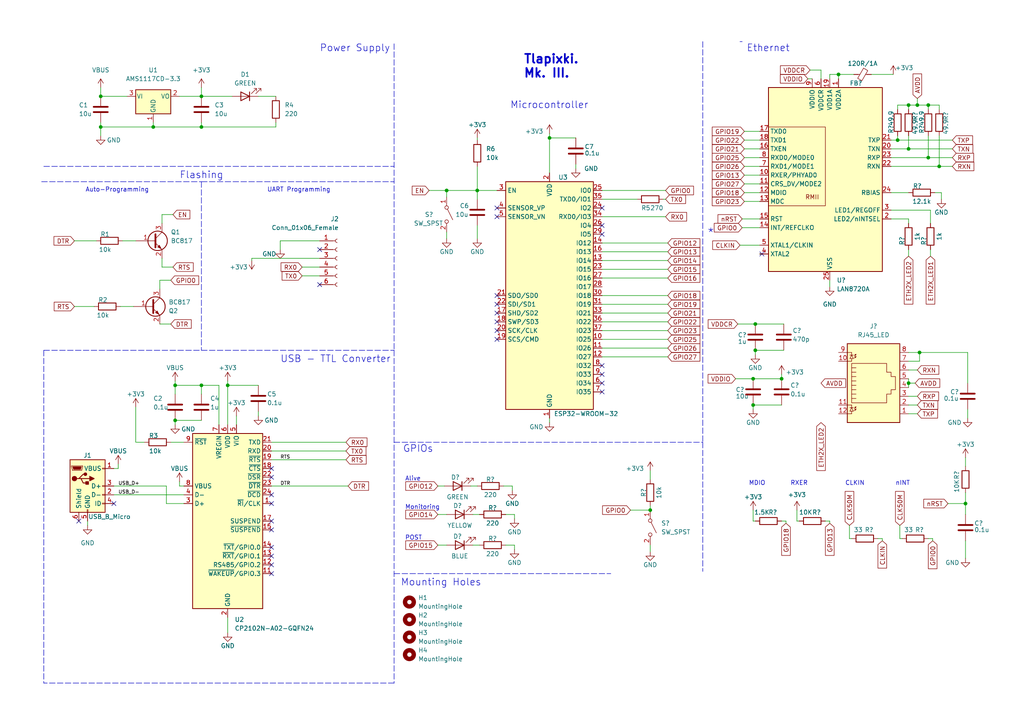
<source format=kicad_sch>
(kicad_sch (version 20211123) (generator eeschema)
  (paper "A4")
  (junction (at 50.8 121.92))
  (junction (at 218.44 109.855))
  (junction (at 58.42 36.83))
  (junction (at 219.075 101.6))
  (junction (at 266.7 102.235))
  (junction (at 50.8 111.76))
  (junction (at 272.415 48.26))
  (junction (at 188.595 147.955))
  (junction (at 266.065 30.48))
  (junction (at 58.42 27.94))
  (junction (at 243.205 21.59))
  (junction (at 138.43 55.245))
  (junction (at 226.695 109.855))
  (junction (at 58.42 111.76))
  (junction (at 269.24 30.48))
  (junction (at 44.45 36.83))
  (junction (at 219.075 93.98))
  (junction (at 159.385 40.005))
  (junction (at 29.21 36.83))
  (junction (at 280.035 146.05))
  (junction (at 263.525 30.48))
  (junction (at 66.04 111.76))
  (junction (at 29.21 27.94))
  (junction (at 263.525 111.125))
  (junction (at 260.35 40.64))
  (junction (at 218.44 117.475))
  (junction (at 263.525 43.18))
  (junction (at 269.24 45.72))
  (junction (at 129.54 55.245))
  (no_connect (at 92.71 82.55))
  (no_connect (at 174.625 65.405))
  (no_connect (at 78.74 161.29))
  (no_connect (at 78.74 135.89))
  (no_connect (at 220.98 73.66))
  (no_connect (at 78.74 143.51))
  (no_connect (at 144.145 62.865))
  (no_connect (at 144.145 85.725))
  (no_connect (at 78.74 153.67))
  (no_connect (at 78.74 146.05))
  (no_connect (at 174.625 106.045))
  (no_connect (at 22.86 151.13))
  (no_connect (at 33.02 146.05))
  (no_connect (at 144.145 90.805))
  (no_connect (at 174.625 108.585))
  (no_connect (at 78.74 166.37))
  (no_connect (at 174.625 60.325))
  (no_connect (at 78.74 151.13))
  (no_connect (at 174.625 111.125))
  (no_connect (at 92.71 72.39))
  (no_connect (at 144.145 98.425))
  (no_connect (at 144.145 60.325))
  (no_connect (at 174.625 113.665))
  (no_connect (at 144.145 95.885))
  (no_connect (at 174.625 67.945))
  (no_connect (at 78.74 158.75))
  (no_connect (at 78.74 138.43))
  (no_connect (at 144.145 88.265))
  (no_connect (at 78.74 163.83))
  (no_connect (at 144.145 93.345))
  (wire (pts (xy 188.595 158.115) (xy 188.595 160.02)))
  (wire (pts (xy 78.74 128.27) (xy 100.33 128.27)))
  (wire (pts (xy 78.74 140.97) (xy 100.965 140.97)))
  (wire (pts (xy 243.205 21.59) (xy 247.65 21.59)))
  (wire (pts (xy 263.525 30.48) (xy 263.525 31.75)))
  (wire (pts (xy 218.44 117.475) (xy 218.44 118.745)))
  (wire (pts (xy 39.37 118.11) (xy 39.37 128.27)))
  (wire (pts (xy 159.385 40.005) (xy 167.005 40.005)))
  (wire (pts (xy 215.9 55.88) (xy 220.345 55.88)))
  (wire (pts (xy 226.695 108.585) (xy 226.695 109.855)))
  (wire (pts (xy 149.225 158.115) (xy 149.225 159.385)))
  (wire (pts (xy 138.43 40.005) (xy 138.43 40.64)))
  (wire (pts (xy 136.525 140.97) (xy 138.43 140.97)))
  (wire (pts (xy 129.54 55.245) (xy 138.43 55.245)))
  (wire (pts (xy 263.525 43.18) (xy 276.225 43.18)))
  (wire (pts (xy 258.445 55.88) (xy 263.525 55.88)))
  (wire (pts (xy 49.53 81.28) (xy 46.355 81.28)))
  (wire (pts (xy 258.445 40.64) (xy 260.35 40.64)))
  (wire (pts (xy 174.625 85.725) (xy 193.675 85.725)))
  (wire (pts (xy 73.025 75.565) (xy 73.025 74.93)))
  (wire (pts (xy 266.065 30.48) (xy 269.24 30.48)))
  (wire (pts (xy 53.34 146.05) (xy 48.26 146.05)))
  (wire (pts (xy 146.05 140.97) (xy 148.59 140.97)))
  (wire (pts (xy 80.01 36.83) (xy 80.01 35.56)))
  (wire (pts (xy 263.525 107.315) (xy 266.065 107.315)))
  (wire (pts (xy 273.05 55.88) (xy 273.05 57.785)))
  (wire (pts (xy 174.625 62.865) (xy 193.04 62.865)))
  (wire (pts (xy 280.67 118.745) (xy 280.67 121.285)))
  (wire (pts (xy 260.985 152.4) (xy 260.985 156.21)))
  (wire (pts (xy 263.525 111.125) (xy 263.525 112.395)))
  (wire (pts (xy 73.025 74.93) (xy 92.71 74.93)))
  (wire (pts (xy 220.98 73.66) (xy 220.345 73.66)))
  (wire (pts (xy 174.625 103.505) (xy 193.675 103.505)))
  (wire (pts (xy 174.625 78.105) (xy 193.675 78.105)))
  (wire (pts (xy 66.04 179.07) (xy 66.04 183.515)))
  (wire (pts (xy 255.905 156.21) (xy 255.905 156.845)))
  (wire (pts (xy 148.59 140.97) (xy 148.59 142.24)))
  (wire (pts (xy 44.45 36.83) (xy 58.42 36.83)))
  (wire (pts (xy 263.525 43.18) (xy 263.525 39.37)))
  (wire (pts (xy 269.875 72.39) (xy 269.875 74.295)))
  (wire (pts (xy 129.54 67.31) (xy 129.54 69.215)))
  (wire (pts (xy 272.415 30.48) (xy 272.415 31.75)))
  (wire (pts (xy 138.43 65.405) (xy 138.43 69.215)))
  (wire (pts (xy 231.14 147.955) (xy 231.14 151.13)))
  (wire (pts (xy 81.28 69.85) (xy 81.28 72.39)))
  (wire (pts (xy 258.445 60.96) (xy 269.875 60.96)))
  (wire (pts (xy 266.065 28.575) (xy 266.065 30.48)))
  (polyline (pts (xy 58.42 52.705) (xy 114.3 52.705)))
  (wire (pts (xy 215.9 38.1) (xy 220.345 38.1)))
  (wire (pts (xy 87.63 77.47) (xy 92.71 77.47)))
  (wire (pts (xy 66.04 110.49) (xy 66.04 111.76)))
  (wire (pts (xy 46.99 62.23) (xy 50.165 62.23)))
  (wire (pts (xy 263.525 114.935) (xy 266.065 114.935)))
  (wire (pts (xy 240.665 22.86) (xy 240.665 21.59)))
  (polyline (pts (xy 114.3 166.37) (xy 177.165 166.37)))
  (wire (pts (xy 280.035 146.05) (xy 280.035 142.875)))
  (wire (pts (xy 124.46 55.245) (xy 129.54 55.245)))
  (wire (pts (xy 174.625 75.565) (xy 193.675 75.565)))
  (wire (pts (xy 258.445 43.18) (xy 263.525 43.18)))
  (wire (pts (xy 50.8 110.49) (xy 50.8 111.76)))
  (polyline (pts (xy 12.7 101.6) (xy 114.3 101.6)))
  (wire (pts (xy 215.9 53.34) (xy 220.345 53.34)))
  (wire (pts (xy 234.315 22.86) (xy 235.585 22.86)))
  (wire (pts (xy 35.56 69.85) (xy 39.37 69.85)))
  (wire (pts (xy 269.24 45.72) (xy 269.24 39.37)))
  (wire (pts (xy 269.24 156.21) (xy 270.51 156.21)))
  (wire (pts (xy 215.9 40.64) (xy 220.345 40.64)))
  (wire (pts (xy 127 158.115) (xy 129.54 158.115)))
  (wire (pts (xy 74.93 27.94) (xy 80.01 27.94)))
  (wire (pts (xy 49.53 93.98) (xy 46.355 93.98)))
  (wire (pts (xy 280.67 111.125) (xy 280.67 102.235)))
  (wire (pts (xy 48.26 140.97) (xy 33.02 140.97)))
  (wire (pts (xy 272.415 48.26) (xy 272.415 39.37)))
  (wire (pts (xy 219.075 101.6) (xy 227.33 101.6)))
  (wire (pts (xy 269.875 60.96) (xy 269.875 64.77)))
  (wire (pts (xy 218.44 109.855) (xy 226.695 109.855)))
  (wire (pts (xy 46.99 77.47) (xy 50.165 77.47)))
  (wire (pts (xy 215.9 48.26) (xy 220.345 48.26)))
  (wire (pts (xy 87.63 80.01) (xy 92.71 80.01)))
  (wire (pts (xy 52.07 27.94) (xy 58.42 27.94)))
  (wire (pts (xy 174.625 98.425) (xy 193.675 98.425)))
  (wire (pts (xy 215.9 45.72) (xy 220.345 45.72)))
  (wire (pts (xy 21.59 88.9) (xy 27.305 88.9)))
  (wire (pts (xy 252.73 21.59) (xy 259.08 21.59)))
  (polyline (pts (xy 114.3 128.27) (xy 203.835 128.27)))
  (wire (pts (xy 50.8 121.92) (xy 50.8 123.19)))
  (wire (pts (xy 227.965 151.13) (xy 227.965 151.765)))
  (wire (pts (xy 29.21 25.4) (xy 29.21 27.94)))
  (wire (pts (xy 58.42 36.83) (xy 80.01 36.83)))
  (wire (pts (xy 258.445 45.72) (xy 269.24 45.72)))
  (wire (pts (xy 159.385 40.005) (xy 159.385 50.165)))
  (wire (pts (xy 240.665 81.28) (xy 240.665 83.185)))
  (polyline (pts (xy 203.835 12.065) (xy 203.835 128.27)))
  (wire (pts (xy 167.005 47.625) (xy 167.005 48.895)))
  (wire (pts (xy 215.9 58.42) (xy 220.345 58.42)))
  (wire (pts (xy 182.88 147.955) (xy 188.595 147.955)))
  (wire (pts (xy 29.21 36.83) (xy 29.21 39.37)))
  (wire (pts (xy 231.14 151.13) (xy 231.775 151.13)))
  (wire (pts (xy 66.04 123.19) (xy 66.04 111.76)))
  (wire (pts (xy 127 149.225) (xy 129.54 149.225)))
  (wire (pts (xy 127 140.97) (xy 128.905 140.97)))
  (wire (pts (xy 29.21 36.83) (xy 44.45 36.83)))
  (wire (pts (xy 50.8 111.76) (xy 58.42 111.76)))
  (wire (pts (xy 58.42 111.76) (xy 58.42 114.3)))
  (wire (pts (xy 39.37 128.27) (xy 41.91 128.27)))
  (wire (pts (xy 234.95 20.32) (xy 238.125 20.32)))
  (wire (pts (xy 174.625 93.345) (xy 193.675 93.345)))
  (wire (pts (xy 58.42 111.76) (xy 63.5 111.76)))
  (wire (pts (xy 263.525 102.235) (xy 266.7 102.235)))
  (wire (pts (xy 260.35 40.64) (xy 260.35 39.37)))
  (wire (pts (xy 239.395 151.13) (xy 240.665 151.13)))
  (wire (pts (xy 280.035 156.845) (xy 280.035 161.925)))
  (wire (pts (xy 138.43 55.245) (xy 144.145 55.245)))
  (wire (pts (xy 263.525 109.855) (xy 263.525 111.125)))
  (wire (pts (xy 46.99 62.23) (xy 46.99 64.77)))
  (wire (pts (xy 159.385 121.285) (xy 159.385 122.555)))
  (wire (pts (xy 52.07 139.7) (xy 52.07 140.97)))
  (wire (pts (xy 280.035 146.05) (xy 280.035 149.225)))
  (polyline (pts (xy 114.3 198.12) (xy 12.7 198.12)))
  (wire (pts (xy 215.9 43.18) (xy 220.345 43.18)))
  (wire (pts (xy 29.21 27.94) (xy 36.83 27.94)))
  (polyline (pts (xy 12.7 101.6) (xy 12.7 198.12)))
  (wire (pts (xy 271.145 55.88) (xy 273.05 55.88)))
  (wire (pts (xy 52.07 140.97) (xy 53.34 140.97)))
  (wire (pts (xy 240.665 21.59) (xy 243.205 21.59)))
  (wire (pts (xy 258.445 48.26) (xy 272.415 48.26)))
  (wire (pts (xy 219.075 93.98) (xy 227.33 93.98)))
  (wire (pts (xy 44.45 36.83) (xy 44.45 35.56)))
  (wire (pts (xy 260.35 31.75) (xy 260.35 30.48)))
  (wire (pts (xy 188.595 146.685) (xy 188.595 147.955)))
  (wire (pts (xy 146.685 158.115) (xy 149.225 158.115)))
  (wire (pts (xy 48.26 146.05) (xy 48.26 140.97)))
  (wire (pts (xy 74.93 119.38) (xy 74.93 120.65)))
  (wire (pts (xy 219.075 101.6) (xy 219.075 102.87)))
  (wire (pts (xy 192.405 57.785) (xy 193.04 57.785)))
  (wire (pts (xy 33.02 143.51) (xy 53.34 143.51)))
  (polyline (pts (xy 203.835 128.27) (xy 203.835 165.735)))
  (polyline (pts (xy 12.7 48.26) (xy 114.3 48.26)))
  (wire (pts (xy 174.625 90.805) (xy 193.675 90.805)))
  (wire (pts (xy 215.265 66.04) (xy 220.345 66.04)))
  (wire (pts (xy 246.38 156.21) (xy 247.015 156.21)))
  (wire (pts (xy 46.355 81.28) (xy 46.355 83.82)))
  (polyline (pts (xy 12.065 52.705) (xy 58.42 52.705)))
  (wire (pts (xy 58.42 25.4) (xy 58.42 27.94)))
  (wire (pts (xy 263.525 111.125) (xy 265.43 111.125)))
  (polyline (pts (xy 114.3 101.6) (xy 114.3 198.12)))
  (wire (pts (xy 34.925 88.9) (xy 38.735 88.9)))
  (wire (pts (xy 174.625 88.265) (xy 193.675 88.265)))
  (wire (pts (xy 263.525 120.015) (xy 266.065 120.015)))
  (polyline (pts (xy 114.3 12.7) (xy 114.3 101.6)))
  (wire (pts (xy 92.71 69.85) (xy 81.28 69.85)))
  (wire (pts (xy 188.595 136.525) (xy 188.595 139.065)))
  (wire (pts (xy 174.625 95.885) (xy 193.675 95.885)))
  (wire (pts (xy 266.7 102.235) (xy 280.67 102.235)))
  (wire (pts (xy 218.44 147.955) (xy 218.44 151.13)))
  (wire (pts (xy 269.24 30.48) (xy 269.24 31.75)))
  (wire (pts (xy 174.625 100.965) (xy 193.675 100.965)))
  (wire (pts (xy 174.625 80.645) (xy 193.675 80.645)))
  (wire (pts (xy 137.16 149.225) (xy 139.065 149.225)))
  (wire (pts (xy 274.955 146.05) (xy 280.035 146.05)))
  (wire (pts (xy 137.16 158.115) (xy 139.065 158.115)))
  (wire (pts (xy 63.5 111.76) (xy 63.5 123.19)))
  (wire (pts (xy 174.625 57.785) (xy 184.785 57.785)))
  (wire (pts (xy 174.625 55.245) (xy 193.04 55.245)))
  (wire (pts (xy 174.625 70.485) (xy 193.675 70.485)))
  (wire (pts (xy 263.525 104.775) (xy 266.7 104.775)))
  (wire (pts (xy 138.43 48.26) (xy 138.43 55.245)))
  (wire (pts (xy 263.525 30.48) (xy 266.065 30.48)))
  (wire (pts (xy 78.74 130.81) (xy 100.33 130.81)))
  (wire (pts (xy 34.29 135.89) (xy 34.29 134.62)))
  (wire (pts (xy 240.665 151.13) (xy 240.665 151.765)))
  (wire (pts (xy 246.38 152.4) (xy 246.38 156.21)))
  (wire (pts (xy 270.51 156.21) (xy 270.51 156.845)))
  (wire (pts (xy 266.7 104.775) (xy 266.7 102.235)))
  (wire (pts (xy 213.995 93.98) (xy 219.075 93.98)))
  (wire (pts (xy 238.125 20.32) (xy 238.125 22.86)))
  (wire (pts (xy 214.63 71.12) (xy 220.345 71.12)))
  (wire (pts (xy 260.35 40.64) (xy 276.225 40.64)))
  (wire (pts (xy 254.635 156.21) (xy 255.905 156.21)))
  (wire (pts (xy 218.44 117.475) (xy 226.695 117.475)))
  (wire (pts (xy 146.685 149.225) (xy 149.225 149.225)))
  (wire (pts (xy 21.59 69.85) (xy 27.94 69.85)))
  (wire (pts (xy 49.53 128.27) (xy 53.34 128.27)))
  (wire (pts (xy 149.225 149.225) (xy 149.225 150.495)))
  (wire (pts (xy 174.625 73.025) (xy 193.675 73.025)))
  (wire (pts (xy 50.8 121.92) (xy 58.42 121.92)))
  (wire (pts (xy 269.24 30.48) (xy 272.415 30.48)))
  (wire (pts (xy 258.445 63.5) (xy 263.525 63.5)))
  (wire (pts (xy 58.42 36.83) (xy 58.42 35.56)))
  (wire (pts (xy 159.385 38.735) (xy 159.385 40.005)))
  (wire (pts (xy 50.8 111.76) (xy 50.8 114.3)))
  (wire (pts (xy 263.525 72.39) (xy 263.525 74.295)))
  (wire (pts (xy 66.04 111.76) (xy 74.93 111.76)))
  (polyline (pts (xy 58.42 52.705) (xy 58.42 101.6)))
  (wire (pts (xy 78.74 133.35) (xy 100.33 133.35)))
  (wire (pts (xy 46.99 74.93) (xy 46.99 77.47)))
  (wire (pts (xy 215.9 50.8) (xy 220.345 50.8)))
  (wire (pts (xy 269.24 45.72) (xy 276.225 45.72)))
  (wire (pts (xy 272.415 48.26) (xy 276.225 48.26)))
  (wire (pts (xy 280.035 132.715) (xy 280.035 135.255)))
  (wire (pts (xy 68.58 120.65) (xy 68.58 123.19)))
  (polyline (pts (xy 214.63 12.065) (xy 215.265 12.065)))
  (wire (pts (xy 29.21 35.56) (xy 29.21 36.83)))
  (wire (pts (xy 138.43 55.245) (xy 138.43 57.785)))
  (wire (pts (xy 243.205 21.59) (xy 243.205 22.86)))
  (wire (pts (xy 58.42 27.94) (xy 67.31 27.94)))
  (wire (pts (xy 218.44 151.13) (xy 219.075 151.13)))
  (wire (pts (xy 213.36 109.855) (xy 218.44 109.855)))
  (wire (pts (xy 263.525 63.5) (xy 263.525 64.77)))
  (wire (pts (xy 215.265 63.5) (xy 220.345 63.5)))
  (wire (pts (xy 226.695 151.13) (xy 227.965 151.13)))
  (wire (pts (xy 33.02 135.89) (xy 34.29 135.89)))
  (wire (pts (xy 263.525 117.475) (xy 266.065 117.475)))
  (wire (pts (xy 260.985 156.21) (xy 261.62 156.21)))
  (wire (pts (xy 260.35 30.48) (xy 263.525 30.48)))
  (wire (pts (xy 25.4 151.13) (xy 25.4 152.4)))
  (wire (pts (xy 129.54 55.245) (xy 129.54 57.15)))
  (text "Flashing" (at 52.07 52.07 0) (effects (font (size 2 2)) (justify left bottom)))
  (text "Alive" (at 117.475 139.7 0) (effects (font (size 1.27 1.27)) (justify left bottom)))
  (text "Mounting Holes\n" (at 116.205 170.18 0) (effects (font (size 2 2)) (justify left bottom)))
  (text "Tlapixki.\nMk. III.\n" (at 151.765 22.86 0) (effects (font (size 2.54 2.54) (thickness 0.508) bold) (justify left bottom)))
  (text "GPIOs" (at 116.84 131.445 0) (effects (font (size 2 2)) (justify left bottom)))
  (text "MDIO" (at 217.17 140.97 0) (effects (font (size 1.27 1.27)) (justify left bottom)))
  (text "nINT" (at 259.715 140.97 0) (effects (font (size 1.27 1.27)) (justify left bottom)))
  (text "USB - TTL Converter" (at 81.28 105.41 0) (effects (font (size 2 2)) (justify left bottom)))
  (text "Microcontroller" (at 147.955 31.75 0) (effects (font (size 2 2)) (justify left bottom)))
  (text "RXER" (at 229.235 140.97 0) (effects (font (size 1.27 1.27)) (justify left bottom)))
  (text "Ethernet" (at 216.535 15.24 0) (effects (font (size 2 2)) (justify left bottom)))
  (text "Auto-Programming" (at 24.765 55.88 0) (effects (font (size 1.27 1.27)) (justify left bottom)))
  (text "CLKIN" (at 245.11 140.97 0) (effects (font (size 1.27 1.27)) (justify left bottom)))
  (text "*" (at 205.105 69.215 0) (effects (font (size 2.54 2.54)) (justify left bottom)))
  (text "Monitoring" (at 117.475 147.955 0) (effects (font (size 1.27 1.27)) (justify left bottom)))
  (text "POST" (at 117.475 156.845 0) (effects (font (size 1.27 1.27)) (justify left bottom)))
  (text "UART Programming" (at 77.47 55.88 0) (effects (font (size 1.27 1.27)) (justify left bottom)))
  (text "Power Supply" (at 92.71 15.24 0) (effects (font (size 2 2)) (justify left bottom)))
  (label "USB_D+" (at 34.29 140.97 0) (effects (font (size 1 1))))
  (label "RTS" (at 81.28 133.35 0) (effects (font (size 1 1))))
  (label "DTR" (at 81.28 140.97 0) (effects (font (size 1 1))))
  (label "USB_D-" (at 34.29 143.51 0) (effects (font (size 1 1))))
  (global_label "TXP" (shape input) (at 276.225 40.64 0) (property "Intersheet References" "${INTERSHEET_REFS}" (effects hide)))
  (global_label "GPIO18" (shape input) (at 215.9 55.88 180) (property "Intersheet References" "${INTERSHEET_REFS}" (effects hide)))
  (global_label "GPIO18" (shape input) (at 193.675 85.725 0) (property "Intersheet References" "${INTERSHEET_REFS}" (effects hide)))
  (global_label "RXP" (shape input) (at 266.065 114.935 0) (property "Intersheet References" "${INTERSHEET_REFS}" (effects hide)))
  (global_label "GPIO15" (shape input) (at 127 158.115 180) (property "Intersheet References" "${INTERSHEET_REFS}" (effects hide)))
  (global_label "RXP" (shape input) (at 276.225 45.72 0) (property "Intersheet References" "${INTERSHEET_REFS}" (effects hide)))
  (global_label "GPIO0" (shape input) (at 182.88 147.955 180) (property "Intersheet References" "${INTERSHEET_REFS}" (effects hide)))
  (global_label "ETH2X_LED2" (shape input) (at 238.125 122.555 270) (property "Intersheet References" "${INTERSHEET_REFS}" (effects hide)))
  (global_label "nRST" (shape input) (at 215.265 63.5 180) (property "Intersheet References" "${INTERSHEET_REFS}" (effects hide)))
  (global_label "GPIO26" (shape input) (at 215.9 48.26 180) (property "Intersheet References" "${INTERSHEET_REFS}" (effects hide)))
  (global_label "GPIO13" (shape input) (at 240.665 151.765 270) (property "Intersheet References" "${INTERSHEET_REFS}" (effects hide)))
  (global_label "ETH2X_LED1" (shape input) (at 269.875 74.295 270) (property "Intersheet References" "${INTERSHEET_REFS}" (effects hide)))
  (global_label "GPIO14" (shape input) (at 193.675 75.565 0) (property "Intersheet References" "${INTERSHEET_REFS}" (effects hide)))
  (global_label "GPIO12" (shape input) (at 193.675 70.485 0) (property "Intersheet References" "${INTERSHEET_REFS}" (effects hide)))
  (global_label "RX0" (shape input) (at 100.33 128.27 0) (property "Intersheet References" "${INTERSHEET_REFS}" (effects hide)))
  (global_label "GPIO16" (shape input) (at 193.675 80.645 0) (property "Intersheet References" "${INTERSHEET_REFS}" (effects hide)))
  (global_label "VDDIO" (shape input) (at 234.315 22.86 180) (property "Intersheet References" "${INTERSHEET_REFS}" (effects hide)))
  (global_label "VDDCR" (shape input) (at 234.95 20.32 180) (property "Intersheet References" "${INTERSHEET_REFS}" (effects hide)))
  (global_label "DTR" (shape input) (at 49.53 93.98 0) (property "Intersheet References" "${INTERSHEET_REFS}" (effects hide)))
  (global_label "RXN" (shape input) (at 266.065 107.315 0) (property "Intersheet References" "${INTERSHEET_REFS}" (effects hide)))
  (global_label "GPIO26" (shape input) (at 193.675 100.965 0) (property "Intersheet References" "${INTERSHEET_REFS}" (effects hide)))
  (global_label "RX0" (shape input) (at 87.63 77.47 180) (property "Intersheet References" "${INTERSHEET_REFS}" (effects hide)))
  (global_label "EN" (shape input) (at 50.165 62.23 0) (property "Intersheet References" "${INTERSHEET_REFS}" (effects hide)))
  (global_label "CLK50M" (shape input) (at 260.985 152.4 90) (property "Intersheet References" "${INTERSHEET_REFS}" (effects hide)))
  (global_label "GPIO22" (shape input) (at 193.675 93.345 0) (property "Intersheet References" "${INTERSHEET_REFS}" (effects hide)))
  (global_label "CLKIN" (shape input) (at 214.63 71.12 180) (property "Intersheet References" "${INTERSHEET_REFS}" (effects hide)))
  (global_label "GPIO25" (shape input) (at 215.9 45.72 180) (property "Intersheet References" "${INTERSHEET_REFS}" (effects hide)))
  (global_label "AVDD" (shape input) (at 238.125 111.125 0) (property "Intersheet References" "${INTERSHEET_REFS}" (effects hide)))
  (global_label "EN" (shape input) (at 124.46 55.245 180) (property "Intersheet References" "${INTERSHEET_REFS}" (effects hide)))
  (global_label "AVDD" (shape input) (at 265.43 111.125 0) (property "Intersheet References" "${INTERSHEET_REFS}" (effects hide)))
  (global_label "VDDIO" (shape input) (at 213.36 109.855 180) (property "Intersheet References" "${INTERSHEET_REFS}" (effects hide)))
  (global_label "TXN" (shape input) (at 266.065 117.475 0) (property "Intersheet References" "${INTERSHEET_REFS}" (effects hide)))
  (global_label "GPIO13" (shape input) (at 215.9 50.8 180) (property "Intersheet References" "${INTERSHEET_REFS}" (effects hide)))
  (global_label "RTS" (shape input) (at 50.165 77.47 0) (property "Intersheet References" "${INTERSHEET_REFS}" (effects hide)))
  (global_label "GPIO12" (shape input) (at 127 140.97 180) (property "Intersheet References" "${INTERSHEET_REFS}" (effects hide)))
  (global_label "GPIO18" (shape input) (at 227.965 151.765 270) (property "Intersheet References" "${INTERSHEET_REFS}" (effects hide)))
  (global_label "GPIO19" (shape input) (at 215.9 38.1 180) (property "Intersheet References" "${INTERSHEET_REFS}" (effects hide)))
  (global_label "GPIO23" (shape input) (at 215.9 58.42 180) (property "Intersheet References" "${INTERSHEET_REFS}" (effects hide)))
  (global_label "GPIO23" (shape input) (at 193.675 95.885 0) (property "Intersheet References" "${INTERSHEET_REFS}" (effects hide)))
  (global_label "GPIO0" (shape input) (at 215.265 66.04 180) (property "Intersheet References" "${INTERSHEET_REFS}" (effects hide)))
  (global_label "CLKIN" (shape input) (at 255.905 156.845 270) (property "Intersheet References" "${INTERSHEET_REFS}" (effects hide)))
  (global_label "GPIO0" (shape input) (at 270.51 156.845 270) (property "Intersheet References" "${INTERSHEET_REFS}" (effects hide)))
  (global_label "AVDD" (shape input) (at 266.065 28.575 90) (property "Intersheet References" "${INTERSHEET_REFS}" (effects hide)))
  (global_label "GPIO14" (shape input) (at 127 149.225 180) (property "Intersheet References" "${INTERSHEET_REFS}" (effects hide)))
  (global_label "GPIO21" (shape input) (at 215.9 43.18 180) (property "Intersheet References" "${INTERSHEET_REFS}" (effects hide)))
  (global_label "ETH2X_LED2" (shape input) (at 263.525 74.295 270) (property "Intersheet References" "${INTERSHEET_REFS}" (effects hide)))
  (global_label "DTR" (shape input) (at 21.59 69.85 180) (property "Intersheet References" "${INTERSHEET_REFS}" (effects hide)))
  (global_label "DTR" (shape input) (at 100.965 140.97 0) (property "Intersheet References" "${INTERSHEET_REFS}" (effects hide)))
  (global_label "TXP" (shape input) (at 266.065 120.015 0) (property "Intersheet References" "${INTERSHEET_REFS}" (effects hide)))
  (global_label "VDDCR" (shape input) (at 213.995 93.98 180) (property "Intersheet References" "${INTERSHEET_REFS}" (effects hide)))
  (global_label "CLK50M" (shape input) (at 246.38 152.4 90) (property "Intersheet References" "${INTERSHEET_REFS}" (effects hide)))
  (global_label "TX0" (shape input) (at 87.63 80.01 180) (property "Intersheet References" "${INTERSHEET_REFS}" (effects hide)))
  (global_label "GPIO21" (shape input) (at 193.675 90.805 0) (property "Intersheet References" "${INTERSHEET_REFS}" (effects hide)))
  (global_label "GPIO25" (shape input) (at 193.675 98.425 0) (property "Intersheet References" "${INTERSHEET_REFS}" (effects hide)))
  (global_label "GPIO19" (shape input) (at 193.675 88.265 0) (property "Intersheet References" "${INTERSHEET_REFS}" (effects hide)))
  (global_label "TX0" (shape input) (at 100.33 130.81 0) (property "Intersheet References" "${INTERSHEET_REFS}" (effects hide)))
  (global_label "GPIO13" (shape input) (at 193.675 73.025 0) (property "Intersheet References" "${INTERSHEET_REFS}" (effects hide)))
  (global_label "GPIO27" (shape input) (at 193.675 103.505 0) (property "Intersheet References" "${INTERSHEET_REFS}" (effects hide)))
  (global_label "GPIO27" (shape input) (at 215.9 53.34 180) (property "Intersheet References" "${INTERSHEET_REFS}" (effects hide)))
  (global_label "TXN" (shape input) (at 276.225 43.18 0) (property "Intersheet References" "${INTERSHEET_REFS}" (effects hide)))
  (global_label "nRST" (shape input) (at 274.955 146.05 180) (property "Intersheet References" "${INTERSHEET_REFS}" (effects hide)))
  (global_label "GPIO0" (shape input) (at 49.53 81.28 0) (property "Intersheet References" "${INTERSHEET_REFS}" (effects hide)))
  (global_label "GPIO15" (shape input) (at 193.675 78.105 0) (property "Intersheet References" "${INTERSHEET_REFS}" (effects hide)))
  (global_label "RX0" (shape input) (at 193.04 62.865 0) (property "Intersheet References" "${INTERSHEET_REFS}" (effects hide)))
  (global_label "RTS" (shape input) (at 100.33 133.35 0) (property "Intersheet References" "${INTERSHEET_REFS}" (effects hide)))
  (global_label "RXN" (shape input) (at 276.225 48.26 0) (property "Intersheet References" "${INTERSHEET_REFS}" (effects hide)))
  (global_label "RTS" (shape input) (at 21.59 88.9 180) (property "Intersheet References" "${INTERSHEET_REFS}" (effects hide)))
  (global_label "TX0" (shape input) (at 193.04 57.785 0) (property "Intersheet References" "${INTERSHEET_REFS}" (effects hide)))
  (global_label "GPIO22" (shape input) (at 215.9 40.64 180) (property "Intersheet References" "${INTERSHEET_REFS}" (effects hide)))
  (global_label "GPIO0" (shape input) (at 193.04 55.245 0) (property "Intersheet References" "${INTERSHEET_REFS}" (effects hide)))
  (symbol (lib_id "Device:R") (at 188.595 142.875 180) (unit 1)
    (property "Reference" "R?" (at 186.69 142.875 90))
    (property "Value" "10k" (at 191.135 142.875 90))
    (property "Footprint" "Resistor_SMD:R_0603_1608Metric" (effects hide))
    (property "LCSC Part #" "C2907127" (effects hide))
  )
  (symbol (lib_id "power:+3V3") (at 188.595 136.525 0) (unit 1)
    (property "Reference" "#PWR?" (effects hide))
    (property "Value" "+3V3" (at 184.15 135.89 0))
  )
  (symbol (lib_id "Device:R") (at 263.525 68.58 180) (unit 1)
    (property "Reference" "R?" (at 261.62 69.85 90))
    (property "Value" "1k" (at 266.065 68.58 90))
    (property "Footprint" "Resistor_SMD:R_0603_1608Metric" (effects hide))
    (property "LCSC Part #" "C2907172" (effects hide))
  )
  (symbol (lib_id "Device:R") (at 142.875 158.115 90) (unit 1)
    (property "Reference" "R?" (at 142.875 156.21 90))
    (property "Value" "220" (at 142.875 160.655 90))
    (property "Footprint" "Resistor_SMD:R_0603_1608Metric" (effects hide))
    (property "LCSC Part #" "C2907127" (effects hide))
  )
  (symbol (lib_id "Device:R") (at 269.875 68.58 180) (unit 1)
    (property "Reference" "R?" (at 267.97 69.85 90))
    (property "Value" "1k" (at 272.415 68.58 90))
    (property "Footprint" "Resistor_SMD:R_0603_1608Metric" (effects hide))
    (property "LCSC Part #" "C2907172" (effects hide))
  )
  (symbol (lib_id "Connector:USB_B_Micro") (at 25.4 140.97 0) (unit 1)
    (property "Reference" "J1" (at 25.4 132.08 0))
    (property "Value" "USB_B_Micro" (at 31.75 149.86 0))
    (property "Footprint" "Connector_USB:USB_Micro-B_Amphenol_10118194_Horizontal" (effects hide))
    (property "JLCPCB Part" "C132563" (effects hide))
    (property "LCSC Part #" "C132563" (effects hide))
    (property "OPERATION-FORCE" "C132563" (effects hide))
  )
  (symbol (lib_id "Device:C") (at 138.43 61.595 0) (unit 1)
    (property "Reference" "C6" (at 133.35 59.69 0) (effects (justify left)))
    (property "Value" "10u" (at 132.08 62.23 0) (effects (justify left)))
    (property "Footprint" "Capacitor_SMD:C_0603_1608Metric" (effects hide))
    (property "LCSC Part #" "C2909630" (effects hide))
  )
  (symbol (lib_id "Device:R") (at 265.43 156.21 270) (unit 1)
    (property "Reference" "R?" (at 266.7 153.67 90))
    (property "Value" "33" (at 263.525 153.67 90))
    (property "Footprint" "Resistor_SMD:R_0603_1608Metric" (effects hide))
    (property "LCSC Part #" "C2907172" (effects hide))
  )
  (symbol (lib_id "power:+3V3") (at 138.43 40.005 0) (unit 1)
    (property "Reference" "#PWR015" (effects hide))
    (property "Value" "+3V3" (at 138.43 36.195 0))
  )
  (symbol (lib_id "RF_Module:ESP32-WROOM-32") (at 159.385 85.725 0) (unit 1)
    (property "Reference" "U3" (at 161.925 51.435 0) (effects (justify left)))
    (property "Value" "ESP32-WROOM-32" (at 160.655 120.015 0) (effects (justify left)))
    (property "Footprint" "RF_Module:ESP32-WROOM-32" (effects hide))
    (property "Datasheet" "https://www.espressif.com/sites/default/files/documentation/esp32-wroom-32_datasheet_en.pdf" (effects hide))
    (property "LCSC Part #" "C82899" (effects hide))
  )
  (symbol (lib_id "power:GND") (at 81.28 72.39 0) (unit 1)
    (property "Reference" "#PWR013" (effects hide))
    (property "Value" "GND" (at 78.105 73.66 0))
  )
  (symbol (lib_id "power:VBUS") (at 34.29 134.62 0) (unit 1)
    (property "Reference" "#PWR04" (effects hide))
    (property "Value" "VBUS" (at 34.29 130.81 0))
  )
  (symbol (lib_id "Mechanical:MountingHole") (at 118.745 189.865 0) (unit 1)
    (property "Reference" "H4" (at 121.285 188.5949 0) (effects (justify left)))
    (property "Value" "MountingHole" (at 121.285 191.1349 0) (effects (justify left)))
    (property "Footprint" "MountingHole:MountingHole_3.2mm_M3" (effects hide))
  )
  (symbol (lib_id "Mechanical:MountingHole") (at 118.745 179.705 0) (unit 1)
    (property "Reference" "H2" (at 121.285 178.4349 0) (effects (justify left)))
    (property "Value" "MountingHole" (at 121.285 180.9749 0) (effects (justify left)))
    (property "Footprint" "MountingHole:MountingHole_3.2mm_M3" (effects hide))
  )
  (symbol (lib_id "Regulator_Linear:AMS1117CD-3.3") (at 44.45 27.94 0) (unit 1)
    (property "Reference" "U1" (at 44.45 20.32 0))
    (property "Value" "AMS1117CD-3.3" (at 44.45 22.86 0))
    (property "Footprint" "Package_TO_SOT_SMD:SOT-223-3_TabPin2" (effects hide))
    (property "Datasheet" "http://www.advanced-monolithic.com/pdf/ds1117.pdf" (effects hide))
    (property "LCSC Part #" "C498117" (effects hide))
  )
  (symbol (lib_id "Device:LED") (at 71.12 27.94 180) (unit 1)
    (property "Reference" "D1" (at 71.12 21.59 0))
    (property "Value" "GREEN" (at 71.12 24.13 0))
    (property "Footprint" "LED_SMD:LED_0603_1608Metric" (effects hide))
    (property "LCSC Part #" "C72037" (effects hide))
  )
  (symbol (lib_id "power:GND") (at 167.005 48.895 0) (unit 1)
    (property "Reference" "#PWR022" (effects hide))
    (property "Value" "GND" (at 171.45 48.895 0))
  )
  (symbol (lib_id "power:GND") (at 159.385 122.555 0) (unit 1)
    (property "Reference" "#PWR021" (effects hide))
    (property "Value" "GND" (at 155.575 123.825 0))
  )
  (symbol (lib_id "power:+3V3") (at 218.44 147.955 0) (unit 1)
    (property "Reference" "#PWR?" (effects hide))
    (property "Value" "+3V3" (at 218.44 144.145 0))
  )
  (symbol (lib_id "Device:LED") (at 133.35 149.225 180) (unit 1)
    (property "Reference" "D?" (at 132.715 146.685 0))
    (property "Value" "YELLOW" (at 133.35 152.4 0))
    (property "Footprint" "LED_SMD:LED_0603_1608Metric" (effects hide))
    (property "LCSC Part #" "C72037" (effects hide))
  )
  (symbol (lib_id "power:GND") (at 148.59 142.24 0) (unit 1)
    (property "Reference" "#PWR?" (effects hide))
    (property "Value" "GND" (at 148.59 146.05 0))
  )
  (symbol (lib_id "Device:R") (at 222.885 151.13 270) (unit 1)
    (property "Reference" "R?" (at 224.155 148.59 90))
    (property "Value" "1.5K" (at 220.98 148.59 90))
    (property "Footprint" "Resistor_SMD:R_0603_1608Metric" (effects hide))
    (property "LCSC Part #" "C2907172" (effects hide))
  )
  (symbol (lib_id "Switch:SW_SPST") (at 188.595 153.035 270) (unit 1)
    (property "Reference" "S?" (at 191.77 151.7649 90) (effects (justify left)))
    (property "Value" "SW_SPST" (at 191.77 154.3049 90) (effects (justify left)))
    (property "Footprint" "Button_Switch_SMD:SW_SPST_B3S-1000" (effects hide))
    (property "LCSC Part #" "C180420" (effects hide))
  )
  (symbol (lib_id "Device:LED") (at 133.35 158.115 180) (unit 1)
    (property "Reference" "D?" (at 132.715 155.575 0))
    (property "Value" "BLUE" (at 133.35 161.29 0))
    (property "Footprint" "LED_SMD:LED_0603_1608Metric" (effects hide))
    (property "LCSC Part #" "C72037" (effects hide))
  )
  (symbol (lib_id "power:GND") (at 273.05 57.785 0) (unit 1)
    (property "Reference" "#PWR?" (effects hide))
    (property "Value" "GND" (at 273.05 61.595 0))
  )
  (symbol (lib_id "Device:C") (at 219.075 97.79 0) (unit 1)
    (property "Reference" "C?" (at 213.995 97.155 0) (effects (justify left)))
    (property "Value" "1u" (at 213.995 99.06 0) (effects (justify left)))
    (property "Footprint" "Capacitor_SMD:C_0603_1608Metric" (effects hide))
    (property "LCSC Part #" "C161854" (effects hide))
  )
  (symbol (lib_id "power:GND") (at 74.93 120.65 0) (unit 1)
    (property "Reference" "#PWR012" (effects hide))
    (property "Value" "GND" (at 78.74 121.92 0))
  )
  (symbol (lib_id "Transistor_BJT:BC817") (at 43.815 88.9 0) (unit 1)
    (property "Reference" "Q2" (at 48.895 90.1701 0) (effects (justify left)))
    (property "Value" "BC817" (at 48.895 87.6301 0) (effects (justify left)))
    (property "Footprint" "Package_TO_SOT_SMD:SOT-23" (effects hide))
    (property "Datasheet" "https://www.onsemi.com/pub/Collateral/BC818-D.pdf" (effects hide))
    (property "LCSC Part #" "C475629" (effects hide))
  )
  (symbol (lib_id "Connector:RJ45_LED") (at 253.365 112.395 0) (unit 1)
    (property "Reference" "J?" (at 253.365 94.615 0))
    (property "Value" "RJ45_LED" (at 253.365 97.155 0))
  )
  (symbol (lib_id "Device:R") (at 267.335 55.88 90) (unit 1)
    (property "Reference" "R?" (at 266.065 53.975 90))
    (property "Value" "12.1k" (at 267.335 58.42 90))
    (property "Footprint" "Resistor_SMD:R_0603_1608Metric" (effects hide))
    (property "LCSC Part #" "C2907172" (effects hide))
  )
  (symbol (lib_id "power:+3V3") (at 280.035 132.715 0) (unit 1)
    (property "Reference" "#PWR?" (effects hide))
    (property "Value" "+3V3" (at 280.035 128.905 0))
  )
  (symbol (lib_id "Device:C") (at 74.93 115.57 0) (unit 1)
    (property "Reference" "C5" (at 77.47 114.3 0) (effects (justify left)))
    (property "Value" "0.1u" (at 77.47 116.84 0) (effects (justify left)))
    (property "Footprint" "Capacitor_SMD:C_0603_1608Metric" (effects hide))
    (property "LCSC Part #" "C161854" (effects hide))
  )
  (symbol (lib_id "Device:C") (at 227.33 97.79 0) (unit 1)
    (property "Reference" "C?" (at 229.87 95.885 0) (effects (justify left)))
    (property "Value" "470p" (at 229.87 98.425 0) (effects (justify left)))
    (property "Footprint" "Capacitor_SMD:C_0603_1608Metric" (effects hide))
    (property "LCSC Part #" "C2857982" (effects hide))
  )
  (symbol (lib_id "power:VBUS") (at 52.07 139.7 0) (unit 1)
    (property "Reference" "#PWR08" (effects hide))
    (property "Value" "VBUS" (at 52.07 135.89 0))
  )
  (symbol (lib_id "power:GND") (at 149.225 159.385 0) (unit 1)
    (property "Reference" "#PWR?" (effects hide))
    (property "Value" "GND" (at 149.225 163.195 0))
  )
  (symbol (lib_id "Device:R") (at 260.35 35.56 0) (unit 1)
    (property "Reference" "R?" (at 258.445 37.465 90))
    (property "Value" "49.9" (at 258.445 34.29 90))
    (property "Footprint" "Resistor_SMD:R_0603_1608Metric" (effects hide))
    (property "LCSC Part #" "C2907172" (effects hide))
  )
  (symbol (lib_id "Device:R") (at 250.825 156.21 270) (unit 1)
    (property "Reference" "R?" (at 252.095 153.67 90))
    (property "Value" "33" (at 248.92 153.67 90))
    (property "Footprint" "Resistor_SMD:R_0603_1608Metric" (effects hide))
    (property "LCSC Part #" "C2907172" (effects hide))
  )
  (symbol (lib_id "Device:C") (at 50.8 118.11 0) (unit 1)
    (property "Reference" "C2" (at 44.45 115.57 0) (effects (justify left)))
    (property "Value" "0.1u" (at 44.45 118.11 0) (effects (justify left)))
    (property "Footprint" "Capacitor_SMD:C_0603_1608Metric" (effects hide))
    (property "LCSC Part #" "C161854" (effects hide))
  )
  (symbol (lib_id "power:VBUS") (at 29.21 25.4 0) (unit 1)
    (property "Reference" "#PWR02" (effects hide))
    (property "Value" "VBUS" (at 29.21 20.32 0))
  )
  (symbol (lib_id "power:+3V3") (at 259.08 21.59 0) (unit 1)
    (property "Reference" "#PWR?" (effects hide))
    (property "Value" "+3V3" (at 262.255 19.685 0))
  )
  (symbol (lib_id "Mechanical:MountingHole") (at 118.745 184.785 0) (unit 1)
    (property "Reference" "H3" (at 121.285 183.5149 0) (effects (justify left)))
    (property "Value" "MountingHole" (at 121.285 186.0549 0) (effects (justify left)))
    (property "Footprint" "MountingHole:MountingHole_3.2mm_M3" (effects hide))
  )
  (symbol (lib_id "power:+3V3") (at 231.14 147.955 0) (unit 1)
    (property "Reference" "#PWR?" (effects hide))
    (property "Value" "+3V3" (at 231.14 143.51 0))
  )
  (symbol (lib_id "Connector:Conn_01x06_Female") (at 97.79 74.93 0) (unit 1)
    (property "Reference" "J2" (at 95.885 63.5 0) (effects (justify left)))
    (property "Value" "Conn_01x06_Female" (at 78.74 66.04 0) (effects (justify left)))
    (property "Footprint" "Connector_PinHeader_1.27mm:PinHeader_1x06_P1.27mm_Vertical" (effects hide))
  )
  (symbol (lib_id "Device:C") (at 58.42 31.75 0) (unit 1)
    (property "Reference" "C3" (at 62.23 30.4799 0) (effects (justify left)))
    (property "Value" "10u" (at 62.23 33.0199 0) (effects (justify left)))
    (property "Footprint" "Capacitor_SMD:C_0603_1608Metric" (effects hide))
    (property "LCSC Part #" "C41851" (effects hide))
  )
  (symbol (lib_id "Device:R") (at 80.01 31.75 0) (unit 1)
    (property "Reference" "R4" (at 82.55 30.4799 0) (effects (justify left)))
    (property "Value" "220" (at 82.55 33.0199 0) (effects (justify left)))
    (property "Footprint" "Resistor_SMD:R_0603_1608Metric" (effects hide))
    (property "LCSC Part #" "C2907127" (effects hide))
  )
  (symbol (lib_id "Device:R") (at 31.115 88.9 90) (mirror x) (unit 1)
    (property "Reference" "R2" (at 29.845 86.995 90))
    (property "Value" "10k" (at 29.845 91.44 90))
    (property "Footprint" "Resistor_SMD:R_0603_1608Metric" (effects hide))
    (property "LCSC Part #" "C98220" (effects hide))
  )
  (symbol (lib_id "Device:LED") (at 132.715 140.97 180) (unit 1)
    (property "Reference" "D?" (at 132.08 138.43 0))
    (property "Value" "GREEN" (at 132.715 144.145 0))
    (property "Footprint" "LED_SMD:LED_0603_1608Metric" (effects hide))
    (property "LCSC Part #" "C72037" (effects hide))
  )
  (symbol (lib_id "Interface_Ethernet:LAN8720A") (at 240.665 53.34 0) (unit 1)
    (property "Reference" "U?" (at 242.6844 81.28 0) (effects (justify left)))
    (property "Value" "LAN8720A" (at 242.6844 83.82 0) (effects (justify left)))
    (property "Footprint" "Package_DFN_QFN:QFN-24-1EP_4x4mm_P0.5mm_EP2.6x2.6mm" (effects hide))
    (property "Datasheet" "http://ww1.microchip.com/downloads/en/DeviceDoc/8720a.pdf" (effects hide))
    (property "LCSC Part #" "C45223" (effects hide))
  )
  (symbol (lib_id "power:+3V3") (at 68.58 120.65 0) (unit 1)
    (property "Reference" "#PWR0101" (effects hide))
    (property "Value" "+3V3" (at 68.58 116.84 0))
  )
  (symbol (lib_id "Transistor_BJT:BC817") (at 44.45 69.85 0) (unit 1)
    (property "Reference" "Q1" (at 49.53 67.31 0) (effects (justify left)))
    (property "Value" "BC817" (at 49.53 69.85 0) (effects (justify left)))
    (property "Footprint" "Package_TO_SOT_SMD:SOT-23" (effects hide))
    (property "Datasheet" "https://www.onsemi.com/pub/Collateral/BC818-D.pdf" (effects hide))
    (property "LCSC Part #" "C475629" (effects hide))
  )
  (symbol (lib_id "Device:C") (at 280.67 114.935 0) (unit 1)
    (property "Reference" "C?" (at 275.59 113.665 0) (effects (justify left)))
    (property "Value" "0.1u" (at 273.685 115.57 0) (effects (justify left)))
    (property "Footprint" "Capacitor_SMD:C_0603_1608Metric" (effects hide))
    (property "LCSC Part #" "C161854" (effects hide))
  )
  (symbol (lib_id "Device:R") (at 263.525 35.56 180) (unit 1)
    (property "Reference" "R?" (at 265.43 33.655 90))
    (property "Value" "49.9" (at 265.43 36.83 90))
    (property "Footprint" "Resistor_SMD:R_0603_1608Metric" (effects hide))
    (property "LCSC Part #" "C2907172" (effects hide))
  )
  (symbol (lib_id "power:GND") (at 240.665 83.185 0) (unit 1)
    (property "Reference" "#PWR?" (effects hide))
    (property "Value" "GND" (at 240.665 88.265 0))
  )
  (symbol (lib_id "Mechanical:MountingHole") (at 118.745 174.625 0) (unit 1)
    (property "Reference" "H1" (at 121.285 173.3549 0) (effects (justify left)))
    (property "Value" "MountingHole" (at 121.285 175.8949 0) (effects (justify left)))
    (property "Footprint" "MountingHole:MountingHole_3.2mm_M3" (effects hide))
  )
  (symbol (lib_id "power:GND") (at 29.21 39.37 0) (unit 1)
    (property "Reference" "#PWR03" (effects hide))
    (property "Value" "GND" (at 33.02 40.64 0))
  )
  (symbol (lib_id "Device:R") (at 280.035 139.065 0) (unit 1)
    (property "Reference" "R?" (at 277.495 137.795 90))
    (property "Value" "10K" (at 277.495 140.97 90))
    (property "Footprint" "Resistor_SMD:R_0603_1608Metric" (effects hide))
    (property "LCSC Part #" "C2907172" (effects hide))
  )
  (symbol (lib_id "Device:C") (at 29.21 31.75 0) (unit 1)
    (property "Reference" "C1" (at 22.86 30.48 0) (effects (justify left)))
    (property "Value" "10u" (at 22.86 33.02 0) (effects (justify left)))
    (property "Footprint" "Capacitor_SMD:C_0603_1608Metric" (effects hide))
    (property "LCSC Part #" "C41851" (effects hide))
  )
  (symbol (lib_id "power:+3V3") (at 159.385 38.735 0) (unit 1)
    (property "Reference" "#PWR020" (effects hide))
    (property "Value" "+3V3" (at 154.94 38.1 0))
  )
  (symbol (lib_id "Device:R") (at 31.75 69.85 90) (unit 1)
    (property "Reference" "R1" (at 30.48 67.945 90))
    (property "Value" "10k" (at 30.48 72.39 90))
    (property "Footprint" "Resistor_SMD:R_0603_1608Metric" (effects hide))
    (property "LCSC Part #" "C98220" (effects hide))
  )
  (symbol (lib_id "power:+3V3") (at 226.695 108.585 0) (unit 1)
    (property "Reference" "#PWR?" (effects hide))
    (property "Value" "+3V3" (at 230.505 107.95 0))
  )
  (symbol (lib_id "power:+3V3") (at 58.42 25.4 0) (unit 1)
    (property "Reference" "#PWR09" (effects hide))
    (property "Value" "+3V3" (at 58.42 20.32 0))
  )
  (symbol (lib_id "Device:R") (at 45.72 128.27 270) (unit 1)
    (property "Reference" "R3" (at 43.18 126.365 90) (effects (justify left)))
    (property "Value" "10k" (at 43.18 130.81 90) (effects (justify left)))
    (property "Footprint" "Resistor_SMD:R_0603_1608Metric" (effects hide))
    (property "LCSC Part #" "C23162" (effects hide))
  )
  (symbol (lib_id "Interface_USB:CP2102N-Axx-xQFN24") (at 66.04 151.13 0) (unit 1)
    (property "Reference" "U2" (at 68.0594 179.705 0) (effects (justify left)))
    (property "Value" "CP2102N-A02-GQFN24" (at 68.0594 182.245 0) (effects (justify left)))
    (property "Footprint" "Package_DFN_QFN:QFN-24-1EP_4x4mm_P0.5mm_EP2.6x2.6mm" (effects hide))
    (property "Datasheet" "https://www.silabs.com/documents/public/data-sheets/cp2102n-datasheet.pdf" (effects hide))
    (property "LCSC Part #" "C969151" (effects hide))
    (property "OPERATION-FORCE" "C969151" (effects hide))
  )
  (symbol (lib_id "power:+3V3") (at 39.37 118.11 0) (unit 1)
    (property "Reference" "#PWR05" (effects hide))
    (property "Value" "+3V3" (at 39.37 114.3 0))
  )
  (symbol (lib_id "power:GND") (at 129.54 69.215 0) (unit 1)
    (property "Reference" "#PWR?" (effects hide))
    (property "Value" "GND" (at 129.54 73.025 0))
  )
  (symbol (lib_id "Device:C") (at 280.035 153.035 0) (unit 1)
    (property "Reference" "C?" (at 282.575 151.765 0) (effects (justify left)))
    (property "Value" "0.1u" (at 282.575 153.67 0) (effects (justify left)))
    (property "Footprint" "Capacitor_SMD:C_0603_1608Metric" (effects hide))
    (property "LCSC Part #" "C161854" (effects hide))
  )
  (symbol (lib_id "Device:FerriteBead_Small") (at 250.19 21.59 270) (unit 1)
    (property "Reference" "FB?" (at 248.285 24.13 90))
    (property "Value" "120R/1A" (at 250.19 18.415 90))
  )
  (symbol (lib_id "power:GND") (at 280.035 161.925 0) (unit 1)
    (property "Reference" "#PWR?" (effects hide))
    (property "Value" "GND" (at 276.225 163.195 0))
  )
  (symbol (lib_id "power:VBUS") (at 50.8 110.49 0) (unit 1)
    (property "Reference" "#PWR06" (effects hide))
    (property "Value" "VBUS" (at 50.8 106.68 0))
  )
  (symbol (lib_id "power:GND") (at 188.595 160.02 0) (unit 1)
    (property "Reference" "#PWR?" (effects hide))
    (property "Value" "GND" (at 188.595 163.83 0))
  )
  (symbol (lib_id "Switch:SW_SPST") (at 129.54 62.23 270) (unit 1)
    (property "Reference" "S?" (at 123.19 62.23 90) (effects (justify left)))
    (property "Value" "SW_SPST" (at 120.015 64.77 90) (effects (justify left)))
    (property "Footprint" "Button_Switch_SMD:SW_SPST_B3S-1000" (effects hide))
    (property "LCSC Part #" "C180420" (effects hide))
  )
  (symbol (lib_id "power:GND") (at 50.8 123.19 0) (unit 1)
    (property "Reference" "#PWR07" (effects hide))
    (property "Value" "GND" (at 54.61 124.46 0))
  )
  (symbol (lib_id "Device:C") (at 218.44 113.665 0) (unit 1)
    (property "Reference" "C?" (at 213.36 113.03 0) (effects (justify left)))
    (property "Value" "10u" (at 213.36 114.935 0) (effects (justify left)))
    (property "Footprint" "Capacitor_SMD:C_0603_1608Metric" (effects hide))
    (property "LCSC Part #" "C161854" (effects hide))
  )
  (symbol (lib_id "Device:C") (at 58.42 118.11 0) (unit 1)
    (property "Reference" "C4" (at 60.96 115.57 0) (effects (justify left)))
    (property "Value" "1u" (at 60.96 118.11 0) (effects (justify left)))
    (property "Footprint" "Capacitor_SMD:C_0603_1608Metric" (effects hide))
    (property "LCSC Part #" "C2857982" (effects hide))
  )
  (symbol (lib_id "power:GND") (at 219.075 102.87 0) (unit 1)
    (property "Reference" "#PWR?" (effects hide))
    (property "Value" "GND" (at 219.075 106.68 0))
  )
  (symbol (lib_id "Device:R") (at 188.595 57.785 90) (unit 1)
    (property "Reference" "R5" (at 187.325 60.325 90))
    (property "Value" "270" (at 190.5 60.325 90))
    (property "Footprint" "Resistor_SMD:R_0603_1608Metric" (effects hide))
    (property "LCSC Part #" "C2907172" (effects hide))
  )
  (symbol (lib_id "power:GND") (at 25.4 152.4 0) (unit 1)
    (property "Reference" "#PWR01" (effects hide))
    (property "Value" "GND" (at 25.4 157.48 0))
  )
  (symbol (lib_id "Device:C") (at 167.005 43.815 0) (unit 1)
    (property "Reference" "C7" (at 169.545 42.545 0) (effects (justify left)))
    (property "Value" "0.1u" (at 169.545 44.45 0) (effects (justify left)))
    (property "Footprint" "Capacitor_SMD:C_0603_1608Metric" (effects hide))
    (property "LCSC Part #" "C161854" (effects hide))
  )
  (symbol (lib_id "Device:C") (at 226.695 113.665 0) (unit 1)
    (property "Reference" "C?" (at 229.235 111.76 0) (effects (justify left)))
    (property "Value" "0.1u" (at 229.235 114.3 0) (effects (justify left)))
    (property "Footprint" "Capacitor_SMD:C_0603_1608Metric" (effects hide))
    (property "LCSC Part #" "C2857982" (effects hide))
  )
  (symbol (lib_id "Device:R") (at 269.24 35.56 0) (unit 1)
    (property "Reference" "R?" (at 267.335 37.465 90))
    (property "Value" "49.9" (at 267.335 34.29 90))
    (property "Footprint" "Resistor_SMD:R_0603_1608Metric" (effects hide))
    (property "LCSC Part #" "C2907172" (effects hide))
  )
  (symbol (lib_id "Device:R") (at 142.875 149.225 90) (unit 1)
    (property "Reference" "R?" (at 142.875 147.32 90))
    (property "Value" "220" (at 142.875 151.765 90))
    (property "Footprint" "Resistor_SMD:R_0603_1608Metric" (effects hide))
    (property "LCSC Part #" "C2907127" (effects hide))
  )
  (symbol (lib_id "power:GND") (at 218.44 118.745 0) (unit 1)
    (property "Reference" "#PWR?" (effects hide))
    (property "Value" "GND" (at 218.44 122.555 0))
  )
  (symbol (lib_id "power:GND") (at 138.43 69.215 0) (unit 1)
    (property "Reference" "#PWR016" (effects hide))
    (property "Value" "GND" (at 138.43 73.025 0))
  )
  (symbol (lib_id "power:+3V3") (at 73.025 75.565 180) (unit 1)
    (property "Reference" "#PWR014" (effects hide))
    (property "Value" "+3V3" (at 69.215 77.47 0))
  )
  (symbol (lib_id "Device:R") (at 138.43 44.45 0) (unit 1)
    (property "Reference" "R6" (at 140.97 43.1799 0) (effects (justify left)))
    (property "Value" "10k" (at 140.97 45.7199 0) (effects (justify left)))
    (property "Footprint" "Resistor_SMD:R_0603_1608Metric" (effects hide))
    (property "LCSC Part #" "C98220" (effects hide))
  )
  (symbol (lib_id "power:GND") (at 280.67 121.285 0) (unit 1)
    (property "Reference" "#PWR?" (effects hide))
    (property "Value" "GND" (at 276.86 122.555 0))
  )
  (symbol (lib_id "Device:R") (at 235.585 151.13 270) (unit 1)
    (property "Reference" "R?" (at 236.855 148.59 90))
    (property "Value" "10K" (at 233.68 148.59 90))
    (property "Footprint" "Resistor_SMD:R_0603_1608Metric" (effects hide))
    (property "LCSC Part #" "C2907172" (effects hide))
  )
  (symbol (lib_id "power:GND") (at 149.225 150.495 0) (unit 1)
    (property "Reference" "#PWR?" (effects hide))
    (property "Value" "GND" (at 149.225 154.305 0))
  )
  (symbol (lib_id "power:+3V3") (at 66.04 110.49 0) (unit 1)
    (property "Reference" "#PWR010" (effects hide))
    (property "Value" "+3V3" (at 66.04 106.68 0))
  )
  (symbol (lib_id "power:GND") (at 66.04 183.515 0) (unit 1)
    (property "Reference" "#PWR011" (effects hide))
    (property "Value" "GND" (at 66.04 187.325 0))
  )
  (symbol (lib_id "Device:R") (at 142.24 140.97 90) (unit 1)
    (property "Reference" "R?" (at 142.24 139.065 90))
    (property "Value" "220" (at 142.24 143.51 90))
    (property "Footprint" "Resistor_SMD:R_0603_1608Metric" (effects hide))
    (property "LCSC Part #" "C2907127" (effects hide))
  )
  (symbol (lib_id "Device:R") (at 272.415 35.56 180) (unit 1)
    (property "Reference" "R?" (at 274.32 33.655 90))
    (property "Value" "49.9" (at 274.32 36.83 90))
    (property "Footprint" "Resistor_SMD:R_0603_1608Metric" (effects hide))
    (property "LCSC Part #" "C2907172" (effects hide))
  )
)
</source>
